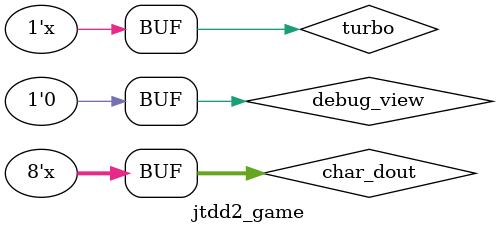
<source format=v>

/*  This file is part of JTCORES.
    JTCORES program is free software: you can redistribute it and/or modify
    it under the terms of the GNU General Public License as published by
    the Free Software Foundation, either version 3 of the License, or
    (at your option) any later version.

    JTCORES program is distributed in the hope that it will be useful,
    but WITHOUT ANY WARRANTY; without even the implied warranty of
    MERCHANTABILITY or FITNESS FOR A PARTICULAR PURPOSE.  See the
    GNU General Public License for more details.

    You should have received a copy of the GNU General Public License
    along with JTCORES.  If not, see <http://www.gnu.org/licenses/>.

    Author: Jose Tejada Gomez. Twitter: @topapate
    Version: 1.0
    Date: 2-12-2019 */

module jtdd2_game(
    `include "jtframe_game_ports.inc" // see $JTFRAME/hdl/inc/jtframe_game_ports.inc
);

wire       [12:0]  cpu_AB;
wire               cram_cs, vram_cs, oram_cs, pal_cs;
wire               cpu_wrn;
wire       [ 7:0]  cpu_dout;
wire       [ 7:0]  char_dout, scr_dout, pal_dout;
// video signals
wire               VBL, IMS, H8, flip;
// Sound
wire               mcu_rstb, snd_irq;
wire       [ 7:0]  snd_latch;
// DIP
wire       [ 7:0]  dipsw_a, dipsw_b;
// MCU
wire               mcu_irqmain, mcu_haltn, com_cs, mcu_nmi_set, mcu_ban;
wire       [ 7:0]  mcu_ram;

wire       [ 8:0]  scrhpos, scrvpos;

wire cpu_cen;
wire turbo;

assign turbo      = status[13];
assign dip_flip   = flip;
assign debug_view = 0;
assign scr_cs     = LVBL;
assign main_dout  = cpu_dout;
assign oram_we    = oram_cs & ~cpu_wrn;
assign cram_we    = {2{cram_cs & ~cpu_wrn}} & { ~main_addr[0], main_addr[0]};
assign char_dout  = main_addr[0] ? char16_dout[7:0] : char16_dout[15:8];
assign cpu_cen    = turbo ? cen6 : cen3;

`ifndef NOMAIN
jtdd_main u_main(
    .clk            ( clk24         ),  // slower clock to ease synthesis
    .rst            ( rst24         ),
    .cpu_cen        ( cpu_cen       ),
    .VBL            ( VBL           ),
    .IMS            ( IMS           ), // =VPOS[3]
    // MCU
    .mcu_irqmain    ( mcu_irqmain   ),
    .mcu_haltn      ( mcu_haltn     ),
    .mcu_ban        ( mcu_ban       ),
    .com_cs         ( com_cs        ),
    .mcu_nmi_set    ( mcu_nmi_set   ),
    .mcu_ram        ( mcu_ram       ),
    // Palette
    .pal_cs         ( pal_cs        ),
    .pal_dout       ( pal_dout      ),
    .flip           ( flip          ),
    // Sound
    .mcu_rstb       ( mcu_rstb      ),
    .snd_irq        ( snd_irq       ),
    .snd_latch      ( snd_latch     ),
    // Characters
    .char_dout      ( char_dout     ),
    .cpu_dout       ( cpu_dout      ),
    .cram_cs        ( cram_cs       ),
    // Objects
    .obj_dout       ( obj_dout      ),
    .oram_cs        ( oram_cs       ),
    // scroll
    .scr_dout       ( scr_dout      ),
    .vram_cs        ( vram_cs       ),
    .scrhpos        ( scrhpos       ),
    .scrvpos        ( scrvpos       ),
    // cabinet I/O
    .cab_1p         ( cab_1p[1:0]   ),
    .coin           ( coin[1:0]     ),
    .joystick1      ( joystick1     ),
    .joystick2      ( joystick2     ),
    // BUS sharing
    .cpu_AB         ( cpu_AB        ),
    .RnW            ( cpu_wrn       ),
    // ROM access
    .rom_cs         ( main_cs       ),
    .rom_addr       ( main_addr     ),
    .rom_data       ( main_data     ),
    // DIP switches
    .dip_pause      ( dip_pause     ),
    .service        ( service       ),
    .dipsw_a        ( dipsw[ 7:0]   ),
    .dipsw_b        ( dipsw[15:8]   )
);
`else
assign main_cs   = 1'b0;
assign main_addr = 18'd0;
assign cram_cs   = 1'b0;
assign vram_cs   = 1'b0;
assign oram_cs   = 1'b0;
assign pal_cs    = 1'b0;
assign mcu_cs    = 1'b0;
assign flip      = 1'b0;
assign cpu_AB    = 13'd0;
assign cpu_wrn   = 1'b1;
assign scrhpos   = 9'h0;
assign scrvpos   = 9'h0;
assign mcu_rstb  = 1'b0;

    `ifndef SIMULATION
    assign snd_latch = 8'd0;
    assign snd_irq   = 1'b0;
    `else
    reg [7:0] snd_latch2;
    reg       snd_irq2;
    assign snd_latch = snd_latch2;
    assign snd_irq   = snd_irq2;
    initial begin
        snd_latch2 = 8'hfe;
        snd_irq2   = 1'b0;
        #11_000_000 snd_latch2 = 8'h3a; // coin sound
        snd_irq2 = 1'b1;
        #100_000 snd_irq2 = 1'b0;
        snd_latch2 = 8'hfe;
    end
    `endif
`endif

wire mcu_cen = turbo ? cen8 : cen4;

jtdd2_sub u_sub(
    .clk          (  clk24           ), // slower clock
    .rst          (  rst24           ),
    .mcu_rstb     (  mcu_rstb        ),
    .cen4         (  mcu_cen         ),
    .main_cen     (  cpu_cen         ),
    // CPU bus
    .main_AB      (  cpu_AB[8:0]     ),
    .main_wrn     (  cpu_wrn         ),
    .main_dout    (  cpu_dout        ),
    .shared_dout  (  mcu_ram         ),
    // CPU Interface
    .com_cs       (  com_cs          ),
    .mcu_nmi_set  (  mcu_nmi_set     ),
    .mcu_halt     (  ~mcu_haltn      ),
    .mcu_irqmain  (  mcu_irqmain     ),
    .mcu_ban      (  mcu_ban         ),
    // PROM programming
    .rom_addr     (  mcu_addr        ),
    .rom_data     (  mcu_data        ),
    .rom_cs       (  mcu_cs          ),
    .rom_ok       (  1'b1            )
);

/* verilator tracing_off */
jtdd2_sound u_sound(
    .clk         ( clk24         ),
    .rst         ( rst           ),
    .H8          ( H8            ),
    .cen_fm      ( cen_fm        ),
    .cen_fm2     ( cen_fm2       ),
    .cen_snd     ( cen_snd       ),
    .cen_oki     ( cen_oki       ),
    // communication with main CPU
    .snd_irq     ( snd_irq       ),
    .snd_latch   ( snd_latch     ),
    // ROM
    .rom_addr    ( snd_addr      ),
    .rom_cs      ( snd_cs        ),
    .rom_data    ( snd_data      ),
    .rom_ok      ( 1'b1          ),

    .adpcm_addr  ( adpcm_addr    ),
    .adpcm_cs    ( adpcm_cs      ),
    .adpcm_data  ( adpcm_data    ),
    .adpcm_ok    ( adpcm_ok      ),

    // Sound output
    .fm_l        ( fm_l          ),
    .fm_r        ( fm_r          ),
    .pcm         ( pcm           )
);
/* verilator tracing_off */
jtdd_video u_video(
    .rst          (  rst             ),
    .clk          (  clk             ),
    .clk_cpu      (  clk24           ),
    .pxl_cen      (  pxl_cen         ),
    .cpu_AB       (  cpu_AB          ),
    .pal_cs       (  pal_cs          ),
    .vram_cs      (  vram_cs         ),
    .cpu_wrn      (  cpu_wrn         ),
    .cpu_dout     (  cpu_dout        ),
    .scr_dout     (  scr_dout        ),
    .pal_dout     (  pal_dout        ),
    // Scroll position
    .scrhpos      ( scrhpos          ),
    .scrvpos      ( scrvpos          ),
    // video signals
    .VBL          (  VBL             ),
    .LVBL         (  LVBL            ),
    .LHBL         (  LHBL            ),
    .VS           (  VS              ),
    .HS           (  HS              ),
    .IMS          (  IMS             ),
    .flip         (  flip            ),
    .H8           (  H8              ),
    // Video RAM
    .oram_addr    ( oram_addr        ),
    .oram_data    ( oram_dout        ),
    .cram_addr    (  cram_addr       ),
    .cram_data    (  cram_dout       ),
    // ROM access
    .char_addr    (  char_addr       ),
    .char_data    (  char_data       ),
    .char_cs      (  char_cs         ),
    .char_ok      (  char_ok         ),
    .scr_addr     (  scr_addr        ),
    .scr_data     (  scr_data        ),
    .scr_ok       (  scr_ok          ),
    .obj_cs       (  obj_cs          ),
    .obj_addr     (  obj_addr        ),
    .obj_data     (  obj_data        ),
    .obj_ok       (  obj_ok          ),
    // PROM programming
    .prog_addr    (  prog_addr[7:0]  ),
    .prom_prio_we (  prom_we         ),
    .prom_din     (  prog_data[3:0]  ),
    // Pixel output
    .red          (  red             ),
    .green        (  green           ),
    .blue         (  blue            ),
    // Debug
    .gfx_en       (  gfx_en          ),
    .debug_bus    ( debug_bus        )
);

endmodule

</source>
